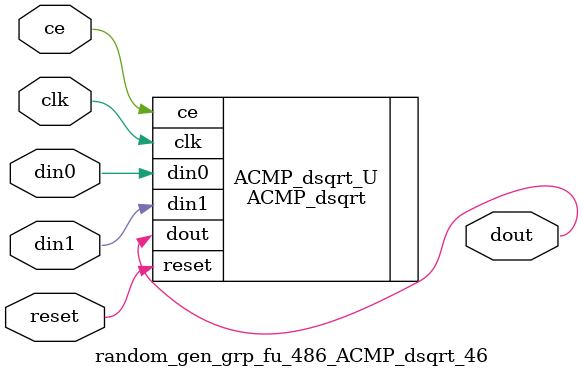
<source format=v>

`timescale 1 ns / 1 ps
module random_gen_grp_fu_486_ACMP_dsqrt_46(
    clk,
    reset,
    ce,
    din0,
    din1,
    dout);

parameter ID = 32'd1;
parameter NUM_STAGE = 32'd1;
parameter din0_WIDTH = 32'd1;
parameter din1_WIDTH = 32'd1;
parameter dout_WIDTH = 32'd1;
input clk;
input reset;
input ce;
input[din0_WIDTH - 1:0] din0;
input[din1_WIDTH - 1:0] din1;
output[dout_WIDTH - 1:0] dout;



ACMP_dsqrt #(
.ID( ID ),
.NUM_STAGE( 30 ),
.din0_WIDTH( din0_WIDTH ),
.din1_WIDTH( din1_WIDTH ),
.dout_WIDTH( dout_WIDTH ))
ACMP_dsqrt_U(
    .clk( clk ),
    .reset( reset ),
    .ce( ce ),
    .din0( din0 ),
    .din1( din1 ),
    .dout( dout ));

endmodule

</source>
